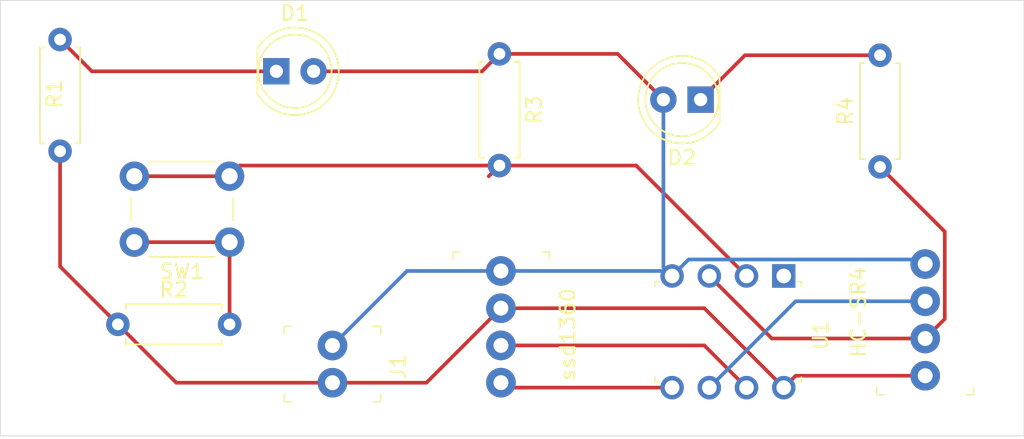
<source format=kicad_pcb>
(kicad_pcb (version 20171130) (host pcbnew "(5.1.6-0-10_14)")

  (general
    (thickness 1.6)
    (drawings 4)
    (tracks 48)
    (zones 0)
    (modules 11)
    (nets 13)
  )

  (page A4)
  (layers
    (0 F.Cu signal)
    (31 B.Cu signal)
    (32 B.Adhes user)
    (33 F.Adhes user)
    (34 B.Paste user)
    (35 F.Paste user)
    (36 B.SilkS user)
    (37 F.SilkS user)
    (38 B.Mask user)
    (39 F.Mask user)
    (40 Dwgs.User user)
    (41 Cmts.User user)
    (42 Eco1.User user)
    (43 Eco2.User user)
    (44 Edge.Cuts user)
    (45 Margin user)
    (46 B.CrtYd user)
    (47 F.CrtYd user)
    (48 B.Fab user)
    (49 F.Fab user)
  )

  (setup
    (last_trace_width 0.25)
    (trace_clearance 0.2)
    (zone_clearance 0.508)
    (zone_45_only no)
    (trace_min 0.2)
    (via_size 0.8)
    (via_drill 0.4)
    (via_min_size 0.4)
    (via_min_drill 0.3)
    (uvia_size 0.3)
    (uvia_drill 0.1)
    (uvias_allowed no)
    (uvia_min_size 0.2)
    (uvia_min_drill 0.1)
    (edge_width 0.05)
    (segment_width 0.2)
    (pcb_text_width 0.3)
    (pcb_text_size 1.5 1.5)
    (mod_edge_width 0.12)
    (mod_text_size 1 1)
    (mod_text_width 0.15)
    (pad_size 1.524 1.524)
    (pad_drill 0.762)
    (pad_to_mask_clearance 0.05)
    (aux_axis_origin 0 0)
    (visible_elements FFFFFF7F)
    (pcbplotparams
      (layerselection 0x010fc_ffffffff)
      (usegerberextensions false)
      (usegerberattributes true)
      (usegerberadvancedattributes true)
      (creategerberjobfile true)
      (excludeedgelayer true)
      (linewidth 0.100000)
      (plotframeref false)
      (viasonmask false)
      (mode 1)
      (useauxorigin false)
      (hpglpennumber 1)
      (hpglpenspeed 20)
      (hpglpendiameter 15.000000)
      (psnegative false)
      (psa4output false)
      (plotreference true)
      (plotvalue true)
      (plotinvisibletext false)
      (padsonsilk false)
      (subtractmaskfromsilk false)
      (outputformat 1)
      (mirror false)
      (drillshape 1)
      (scaleselection 1)
      (outputdirectory ""))
  )

  (net 0 "")
  (net 1 GND)
  (net 2 "Net-(D1-Pad1)")
  (net 3 "Net-(D2-Pad1)")
  (net 4 "Net-(HC-SR4-Pad3)")
  (net 5 "Net-(HC-SR4-Pad2)")
  (net 6 VCC)
  (net 7 "Net-(R2-Pad2)")
  (net 8 "Net-(U1-Pad5)")
  (net 9 "Net-(U1-Pad7)")
  (net 10 "Net-(U1-Pad1)")
  (net 11 "Net-(R3-Pad2)")
  (net 12 "Net-(R3-Pad1)")

  (net_class Default "This is the default net class."
    (clearance 0.2)
    (trace_width 0.25)
    (via_dia 0.8)
    (via_drill 0.4)
    (uvia_dia 0.3)
    (uvia_drill 0.1)
    (add_net GND)
    (add_net "Net-(D1-Pad1)")
    (add_net "Net-(D2-Pad1)")
    (add_net "Net-(HC-SR4-Pad2)")
    (add_net "Net-(HC-SR4-Pad3)")
    (add_net "Net-(R2-Pad2)")
    (add_net "Net-(R3-Pad1)")
    (add_net "Net-(R3-Pad2)")
    (add_net "Net-(U1-Pad1)")
    (add_net "Net-(U1-Pad5)")
    (add_net "Net-(U1-Pad7)")
    (add_net VCC)
  )

  (module Button_Switch_THT:SW_PUSH_6mm (layer F.Cu) (tedit 5A02FE31) (tstamp 5F4AF8A9)
    (at 117.24132 67.29984 180)
    (descr https://www.omron.com/ecb/products/pdf/en-b3f.pdf)
    (tags "tact sw push 6mm")
    (path /5F4DCB29)
    (fp_text reference SW1 (at 3.25 -2) (layer F.SilkS)
      (effects (font (size 1 1) (thickness 0.15)))
    )
    (fp_text value SW_Push (at 3.5814 6.9596) (layer F.Fab)
      (effects (font (size 1 1) (thickness 0.15)))
    )
    (fp_text user %R (at 3.25 2.25) (layer F.Fab)
      (effects (font (size 1 1) (thickness 0.15)))
    )
    (fp_line (start 3.25 -0.75) (end 6.25 -0.75) (layer F.Fab) (width 0.1))
    (fp_line (start 6.25 -0.75) (end 6.25 5.25) (layer F.Fab) (width 0.1))
    (fp_line (start 6.25 5.25) (end 0.25 5.25) (layer F.Fab) (width 0.1))
    (fp_line (start 0.25 5.25) (end 0.25 -0.75) (layer F.Fab) (width 0.1))
    (fp_line (start 0.25 -0.75) (end 3.25 -0.75) (layer F.Fab) (width 0.1))
    (fp_line (start 7.75 6) (end 8 6) (layer F.CrtYd) (width 0.05))
    (fp_line (start 8 6) (end 8 5.75) (layer F.CrtYd) (width 0.05))
    (fp_line (start 7.75 -1.5) (end 8 -1.5) (layer F.CrtYd) (width 0.05))
    (fp_line (start 8 -1.5) (end 8 -1.25) (layer F.CrtYd) (width 0.05))
    (fp_line (start -1.5 -1.25) (end -1.5 -1.5) (layer F.CrtYd) (width 0.05))
    (fp_line (start -1.5 -1.5) (end -1.25 -1.5) (layer F.CrtYd) (width 0.05))
    (fp_line (start -1.5 5.75) (end -1.5 6) (layer F.CrtYd) (width 0.05))
    (fp_line (start -1.5 6) (end -1.25 6) (layer F.CrtYd) (width 0.05))
    (fp_line (start -1.25 -1.5) (end 7.75 -1.5) (layer F.CrtYd) (width 0.05))
    (fp_line (start -1.5 5.75) (end -1.5 -1.25) (layer F.CrtYd) (width 0.05))
    (fp_line (start 7.75 6) (end -1.25 6) (layer F.CrtYd) (width 0.05))
    (fp_line (start 8 -1.25) (end 8 5.75) (layer F.CrtYd) (width 0.05))
    (fp_line (start 1 5.5) (end 5.5 5.5) (layer F.SilkS) (width 0.12))
    (fp_line (start -0.25 1.5) (end -0.25 3) (layer F.SilkS) (width 0.12))
    (fp_line (start 5.5 -1) (end 1 -1) (layer F.SilkS) (width 0.12))
    (fp_line (start 6.75 3) (end 6.75 1.5) (layer F.SilkS) (width 0.12))
    (fp_circle (center 3.25 2.25) (end 1.25 2.5) (layer F.Fab) (width 0.1))
    (pad 1 thru_hole circle (at 6.5 0 270) (size 2 2) (drill 1.1) (layers *.Cu *.Mask)
      (net 7 "Net-(R2-Pad2)"))
    (pad 2 thru_hole circle (at 6.5 4.5 270) (size 2 2) (drill 1.1) (layers *.Cu *.Mask)
      (net 11 "Net-(R3-Pad2)"))
    (pad 1 thru_hole circle (at 0 0 270) (size 2 2) (drill 1.1) (layers *.Cu *.Mask)
      (net 7 "Net-(R2-Pad2)"))
    (pad 2 thru_hole circle (at 0 4.5 270) (size 2 2) (drill 1.1) (layers *.Cu *.Mask)
      (net 11 "Net-(R3-Pad2)"))
    (model ${KISYS3DMOD}/Button_Switch_THT.3dshapes/SW_PUSH_6mm.wrl
      (at (xyz 0 0 0))
      (scale (xyz 1 1 1))
      (rotate (xyz 0 0 0))
    )
  )

  (module digikey-footprints:PinHeader_1x2_P2.54mm_Drill1.02mm (layer F.Cu) (tedit 5A4BC55F) (tstamp 5F4ACF7E)
    (at 124.26188 74.35088 270)
    (descr http://www.molex.com/pdm_docs/sd/022232031_sd.pdf)
    (path /5F4C307E)
    (fp_text reference J1 (at 1.45 -4.48 90) (layer F.SilkS)
      (effects (font (size 1 1) (thickness 0.15)))
    )
    (fp_text value 22-23-2021 (at 1.23 4.72 90) (layer F.Fab)
      (effects (font (size 1 1) (thickness 0.15)))
    )
    (fp_line (start -1.2 -3.17) (end 3.73 -3.17) (layer F.Fab) (width 0.1))
    (fp_line (start -1.2 -3.17) (end -1.2 3.17) (layer F.Fab) (width 0.1))
    (fp_line (start 3.73 -3.17) (end 3.73 3.17) (layer F.Fab) (width 0.1))
    (fp_line (start -1.2 3.17) (end 3.73 3.17) (layer F.Fab) (width 0.1))
    (fp_line (start 3.85 3.29) (end 3.35 3.29) (layer F.SilkS) (width 0.1))
    (fp_line (start 3.85 3.29) (end 3.85 2.79) (layer F.SilkS) (width 0.1))
    (fp_line (start -1.3 3.3) (end -0.8 3.3) (layer F.SilkS) (width 0.1))
    (fp_line (start -1.3 3.3) (end -1.3 2.8) (layer F.SilkS) (width 0.1))
    (fp_line (start -1.3 -3.3) (end -0.8 -3.3) (layer F.SilkS) (width 0.1))
    (fp_line (start -1.3 -3.3) (end -1.3 -2.8) (layer F.SilkS) (width 0.1))
    (fp_line (start 3.84 -3.28) (end 3.34 -3.28) (layer F.SilkS) (width 0.1))
    (fp_line (start 3.84 -3.28) (end 3.84 -2.78) (layer F.SilkS) (width 0.1))
    (fp_line (start 3.98 -3.42) (end -1.45 -3.42) (layer F.CrtYd) (width 0.05))
    (fp_line (start 3.98 -3.42) (end 3.98 3.42) (layer F.CrtYd) (width 0.05))
    (fp_line (start -1.45 -3.42) (end -1.45 3.42) (layer F.CrtYd) (width 0.05))
    (fp_line (start 3.98 3.42) (end -1.45 3.42) (layer F.CrtYd) (width 0.05))
    (fp_text user %R (at 1.25 0.03 90) (layer F.Fab)
      (effects (font (size 1 1) (thickness 0.15)))
    )
    (pad 2 thru_hole circle (at 2.54 0 270) (size 2.02 2.02) (drill 1.02) (layers *.Cu *.Mask)
      (net 6 VCC))
    (pad 1 thru_hole circle (at 0 0 270) (size 2.02 2.02) (drill 1.02) (layers *.Cu *.Mask)
      (net 1 GND))
  )

  (module Resistor_THT:R_Axial_DIN0207_L6.3mm_D2.5mm_P7.62mm_Horizontal (layer F.Cu) (tedit 5AE5139B) (tstamp 5F4AC935)
    (at 161.62528 62.16396 90)
    (descr "Resistor, Axial_DIN0207 series, Axial, Horizontal, pin pitch=7.62mm, 0.25W = 1/4W, length*diameter=6.3*2.5mm^2, http://cdn-reichelt.de/documents/datenblatt/B400/1_4W%23YAG.pdf")
    (tags "Resistor Axial_DIN0207 series Axial Horizontal pin pitch 7.62mm 0.25W = 1/4W length 6.3mm diameter 2.5mm")
    (path /5F4A1D3D)
    (fp_text reference R4 (at 3.81 -2.37 90) (layer F.SilkS)
      (effects (font (size 1 1) (thickness 0.15)))
    )
    (fp_text value R (at 3.81 2.37 90) (layer F.Fab)
      (effects (font (size 1 1) (thickness 0.15)))
    )
    (fp_line (start 8.67 -1.5) (end -1.05 -1.5) (layer F.CrtYd) (width 0.05))
    (fp_line (start 8.67 1.5) (end 8.67 -1.5) (layer F.CrtYd) (width 0.05))
    (fp_line (start -1.05 1.5) (end 8.67 1.5) (layer F.CrtYd) (width 0.05))
    (fp_line (start -1.05 -1.5) (end -1.05 1.5) (layer F.CrtYd) (width 0.05))
    (fp_line (start 7.08 1.37) (end 7.08 1.04) (layer F.SilkS) (width 0.12))
    (fp_line (start 0.54 1.37) (end 7.08 1.37) (layer F.SilkS) (width 0.12))
    (fp_line (start 0.54 1.04) (end 0.54 1.37) (layer F.SilkS) (width 0.12))
    (fp_line (start 7.08 -1.37) (end 7.08 -1.04) (layer F.SilkS) (width 0.12))
    (fp_line (start 0.54 -1.37) (end 7.08 -1.37) (layer F.SilkS) (width 0.12))
    (fp_line (start 0.54 -1.04) (end 0.54 -1.37) (layer F.SilkS) (width 0.12))
    (fp_line (start 7.62 0) (end 6.96 0) (layer F.Fab) (width 0.1))
    (fp_line (start 0 0) (end 0.66 0) (layer F.Fab) (width 0.1))
    (fp_line (start 6.96 -1.25) (end 0.66 -1.25) (layer F.Fab) (width 0.1))
    (fp_line (start 6.96 1.25) (end 6.96 -1.25) (layer F.Fab) (width 0.1))
    (fp_line (start 0.66 1.25) (end 6.96 1.25) (layer F.Fab) (width 0.1))
    (fp_line (start 0.66 -1.25) (end 0.66 1.25) (layer F.Fab) (width 0.1))
    (fp_text user %R (at 3.7084 -0.10668 90) (layer F.Fab)
      (effects (font (size 1 1) (thickness 0.15)))
    )
    (pad 2 thru_hole oval (at 7.62 0 90) (size 1.6 1.6) (drill 0.8) (layers *.Cu *.Mask)
      (net 3 "Net-(D2-Pad1)"))
    (pad 1 thru_hole circle (at 0 0 90) (size 1.6 1.6) (drill 0.8) (layers *.Cu *.Mask)
      (net 5 "Net-(HC-SR4-Pad2)"))
    (model ${KISYS3DMOD}/Resistor_THT.3dshapes/R_Axial_DIN0207_L6.3mm_D2.5mm_P7.62mm_Horizontal.wrl
      (at (xyz 0 0 0))
      (scale (xyz 1 1 1))
      (rotate (xyz 0 0 0))
    )
  )

  (module Resistor_THT:R_Axial_DIN0207_L6.3mm_D2.5mm_P7.62mm_Horizontal (layer F.Cu) (tedit 5AE5139B) (tstamp 5F4ABB89)
    (at 135.65632 54.45252 270)
    (descr "Resistor, Axial_DIN0207 series, Axial, Horizontal, pin pitch=7.62mm, 0.25W = 1/4W, length*diameter=6.3*2.5mm^2, http://cdn-reichelt.de/documents/datenblatt/B400/1_4W%23YAG.pdf")
    (tags "Resistor Axial_DIN0207 series Axial Horizontal pin pitch 7.62mm 0.25W = 1/4W length 6.3mm diameter 2.5mm")
    (path /5F4A1FF8)
    (fp_text reference R3 (at 3.81 -2.37 90) (layer F.SilkS)
      (effects (font (size 1 1) (thickness 0.15)))
    )
    (fp_text value R (at 3.81 2.37 90) (layer F.Fab)
      (effects (font (size 1 1) (thickness 0.15)))
    )
    (fp_line (start 8.67 -1.5) (end -1.05 -1.5) (layer F.CrtYd) (width 0.05))
    (fp_line (start 8.67 1.5) (end 8.67 -1.5) (layer F.CrtYd) (width 0.05))
    (fp_line (start -1.05 1.5) (end 8.67 1.5) (layer F.CrtYd) (width 0.05))
    (fp_line (start -1.05 -1.5) (end -1.05 1.5) (layer F.CrtYd) (width 0.05))
    (fp_line (start 7.08 1.37) (end 7.08 1.04) (layer F.SilkS) (width 0.12))
    (fp_line (start 0.54 1.37) (end 7.08 1.37) (layer F.SilkS) (width 0.12))
    (fp_line (start 0.54 1.04) (end 0.54 1.37) (layer F.SilkS) (width 0.12))
    (fp_line (start 7.08 -1.37) (end 7.08 -1.04) (layer F.SilkS) (width 0.12))
    (fp_line (start 0.54 -1.37) (end 7.08 -1.37) (layer F.SilkS) (width 0.12))
    (fp_line (start 0.54 -1.04) (end 0.54 -1.37) (layer F.SilkS) (width 0.12))
    (fp_line (start 7.62 0) (end 6.96 0) (layer F.Fab) (width 0.1))
    (fp_line (start 0 0) (end 0.66 0) (layer F.Fab) (width 0.1))
    (fp_line (start 6.96 -1.25) (end 0.66 -1.25) (layer F.Fab) (width 0.1))
    (fp_line (start 6.96 1.25) (end 6.96 -1.25) (layer F.Fab) (width 0.1))
    (fp_line (start 0.66 1.25) (end 6.96 1.25) (layer F.Fab) (width 0.1))
    (fp_line (start 0.66 -1.25) (end 0.66 1.25) (layer F.Fab) (width 0.1))
    (fp_text user %R (at 3.81 0 90) (layer F.Fab)
      (effects (font (size 1 1) (thickness 0.15)))
    )
    (pad 2 thru_hole oval (at 7.62 0 270) (size 1.6 1.6) (drill 0.8) (layers *.Cu *.Mask)
      (net 11 "Net-(R3-Pad2)"))
    (pad 1 thru_hole circle (at 0 0 270) (size 1.6 1.6) (drill 0.8) (layers *.Cu *.Mask)
      (net 12 "Net-(R3-Pad1)"))
    (model ${KISYS3DMOD}/Resistor_THT.3dshapes/R_Axial_DIN0207_L6.3mm_D2.5mm_P7.62mm_Horizontal.wrl
      (at (xyz 0 0 0))
      (scale (xyz 1 1 1))
      (rotate (xyz 0 0 0))
    )
  )

  (module Resistor_THT:R_Axial_DIN0207_L6.3mm_D2.5mm_P7.62mm_Horizontal (layer F.Cu) (tedit 5AE5139B) (tstamp 5F4ABB74)
    (at 109.62132 72.90816)
    (descr "Resistor, Axial_DIN0207 series, Axial, Horizontal, pin pitch=7.62mm, 0.25W = 1/4W, length*diameter=6.3*2.5mm^2, http://cdn-reichelt.de/documents/datenblatt/B400/1_4W%23YAG.pdf")
    (tags "Resistor Axial_DIN0207 series Axial Horizontal pin pitch 7.62mm 0.25W = 1/4W length 6.3mm diameter 2.5mm")
    (path /5F4A2307)
    (fp_text reference R2 (at 3.81 -2.37) (layer F.SilkS)
      (effects (font (size 1 1) (thickness 0.15)))
    )
    (fp_text value R (at 3.81 2.37) (layer F.Fab)
      (effects (font (size 1 1) (thickness 0.15)))
    )
    (fp_line (start 8.67 -1.5) (end -1.05 -1.5) (layer F.CrtYd) (width 0.05))
    (fp_line (start 8.67 1.5) (end 8.67 -1.5) (layer F.CrtYd) (width 0.05))
    (fp_line (start -1.05 1.5) (end 8.67 1.5) (layer F.CrtYd) (width 0.05))
    (fp_line (start -1.05 -1.5) (end -1.05 1.5) (layer F.CrtYd) (width 0.05))
    (fp_line (start 7.08 1.37) (end 7.08 1.04) (layer F.SilkS) (width 0.12))
    (fp_line (start 0.54 1.37) (end 7.08 1.37) (layer F.SilkS) (width 0.12))
    (fp_line (start 0.54 1.04) (end 0.54 1.37) (layer F.SilkS) (width 0.12))
    (fp_line (start 7.08 -1.37) (end 7.08 -1.04) (layer F.SilkS) (width 0.12))
    (fp_line (start 0.54 -1.37) (end 7.08 -1.37) (layer F.SilkS) (width 0.12))
    (fp_line (start 0.54 -1.04) (end 0.54 -1.37) (layer F.SilkS) (width 0.12))
    (fp_line (start 7.62 0) (end 6.96 0) (layer F.Fab) (width 0.1))
    (fp_line (start 0 0) (end 0.66 0) (layer F.Fab) (width 0.1))
    (fp_line (start 6.96 -1.25) (end 0.66 -1.25) (layer F.Fab) (width 0.1))
    (fp_line (start 6.96 1.25) (end 6.96 -1.25) (layer F.Fab) (width 0.1))
    (fp_line (start 0.66 1.25) (end 6.96 1.25) (layer F.Fab) (width 0.1))
    (fp_line (start 0.66 -1.25) (end 0.66 1.25) (layer F.Fab) (width 0.1))
    (fp_text user %R (at 3.81 0) (layer F.Fab)
      (effects (font (size 1 1) (thickness 0.15)))
    )
    (pad 2 thru_hole oval (at 7.62 0) (size 1.6 1.6) (drill 0.8) (layers *.Cu *.Mask)
      (net 7 "Net-(R2-Pad2)"))
    (pad 1 thru_hole circle (at 0 0) (size 1.6 1.6) (drill 0.8) (layers *.Cu *.Mask)
      (net 6 VCC))
    (model ${KISYS3DMOD}/Resistor_THT.3dshapes/R_Axial_DIN0207_L6.3mm_D2.5mm_P7.62mm_Horizontal.wrl
      (at (xyz 0 0 0))
      (scale (xyz 1 1 1))
      (rotate (xyz 0 0 0))
    )
  )

  (module Resistor_THT:R_Axial_DIN0207_L6.3mm_D2.5mm_P7.62mm_Horizontal (layer F.Cu) (tedit 5AE5139B) (tstamp 5F4AC14D)
    (at 105.67416 61.09208 90)
    (descr "Resistor, Axial_DIN0207 series, Axial, Horizontal, pin pitch=7.62mm, 0.25W = 1/4W, length*diameter=6.3*2.5mm^2, http://cdn-reichelt.de/documents/datenblatt/B400/1_4W%23YAG.pdf")
    (tags "Resistor Axial_DIN0207 series Axial Horizontal pin pitch 7.62mm 0.25W = 1/4W length 6.3mm diameter 2.5mm")
    (path /5F4A0FA6)
    (fp_text reference R1 (at 3.9116 -0.39116 90) (layer F.SilkS)
      (effects (font (size 1 1) (thickness 0.15)))
    )
    (fp_text value R (at 3.81 2.37 90) (layer F.Fab)
      (effects (font (size 1 1) (thickness 0.15)))
    )
    (fp_line (start 8.67 -1.5) (end -1.05 -1.5) (layer F.CrtYd) (width 0.05))
    (fp_line (start 8.67 1.5) (end 8.67 -1.5) (layer F.CrtYd) (width 0.05))
    (fp_line (start -1.05 1.5) (end 8.67 1.5) (layer F.CrtYd) (width 0.05))
    (fp_line (start -1.05 -1.5) (end -1.05 1.5) (layer F.CrtYd) (width 0.05))
    (fp_line (start 7.08 1.37) (end 7.08 1.04) (layer F.SilkS) (width 0.12))
    (fp_line (start 0.54 1.37) (end 7.08 1.37) (layer F.SilkS) (width 0.12))
    (fp_line (start 0.54 1.04) (end 0.54 1.37) (layer F.SilkS) (width 0.12))
    (fp_line (start 7.08 -1.37) (end 7.08 -1.04) (layer F.SilkS) (width 0.12))
    (fp_line (start 0.54 -1.37) (end 7.08 -1.37) (layer F.SilkS) (width 0.12))
    (fp_line (start 0.54 -1.04) (end 0.54 -1.37) (layer F.SilkS) (width 0.12))
    (fp_line (start 7.62 0) (end 6.96 0) (layer F.Fab) (width 0.1))
    (fp_line (start 0 0) (end 0.66 0) (layer F.Fab) (width 0.1))
    (fp_line (start 6.96 -1.25) (end 0.66 -1.25) (layer F.Fab) (width 0.1))
    (fp_line (start 6.96 1.25) (end 6.96 -1.25) (layer F.Fab) (width 0.1))
    (fp_line (start 0.66 1.25) (end 6.96 1.25) (layer F.Fab) (width 0.1))
    (fp_line (start 0.66 -1.25) (end 0.66 1.25) (layer F.Fab) (width 0.1))
    (fp_text user %R (at 3.81 0 90) (layer F.Fab)
      (effects (font (size 1 1) (thickness 0.15)))
    )
    (pad 2 thru_hole oval (at 7.62 0 90) (size 1.6 1.6) (drill 0.8) (layers *.Cu *.Mask)
      (net 2 "Net-(D1-Pad1)"))
    (pad 1 thru_hole circle (at 0 0 90) (size 1.6 1.6) (drill 0.8) (layers *.Cu *.Mask)
      (net 6 VCC))
    (model ${KISYS3DMOD}/Resistor_THT.3dshapes/R_Axial_DIN0207_L6.3mm_D2.5mm_P7.62mm_Horizontal.wrl
      (at (xyz 0 0 0))
      (scale (xyz 1 1 1))
      (rotate (xyz 0 0 0))
    )
  )

  (module digikey-footprints:DIP-8_W7.62mm (layer F.Cu) (tedit 5B86B3A2) (tstamp 5F4AD1CB)
    (at 155.05684 69.60616 270)
    (descr http://media.digikey.com/pdf/Data%20Sheets/Lite-On%20PDFs/6N137%20Series.pdf)
    (path /5F49751C)
    (fp_text reference U1 (at 4.05 -2.52 90) (layer F.SilkS)
      (effects (font (size 1 1) (thickness 0.15)))
    )
    (fp_text value ATTINY85-20PU (at 3.94 10.33 90) (layer F.Fab)
      (effects (font (size 1 1) (thickness 0.15)))
    )
    (fp_line (start 0.55 -1.04) (end 0.55 8.64) (layer F.Fab) (width 0.1))
    (fp_line (start 7.05 -1.04) (end 7.05 8.64) (layer F.Fab) (width 0.1))
    (fp_line (start 0.55 -1.04) (end 7.05 -1.04) (layer F.Fab) (width 0.1))
    (fp_line (start 0.55 8.64) (end 7.05 8.64) (layer F.Fab) (width 0.1))
    (fp_line (start 0.4 8.8) (end 0.7 8.8) (layer F.SilkS) (width 0.1))
    (fp_line (start 0.4 8.5) (end 0.4 8.8) (layer F.SilkS) (width 0.1))
    (fp_line (start 7.2 8.8) (end 6.9 8.8) (layer F.SilkS) (width 0.1))
    (fp_line (start 7.2 8.5) (end 7.2 8.8) (layer F.SilkS) (width 0.1))
    (fp_line (start 7.2 -1.2) (end 6.9 -1.2) (layer F.SilkS) (width 0.1))
    (fp_line (start 7.2 -0.9) (end 7.2 -1.2) (layer F.SilkS) (width 0.1))
    (fp_line (start 0.4 -1.2) (end 0.7 -1.2) (layer F.SilkS) (width 0.1))
    (fp_line (start 0.4 -0.9) (end 0.4 -1.2) (layer F.SilkS) (width 0.1))
    (fp_line (start -1.05 -1.29) (end 8.67 -1.29) (layer F.CrtYd) (width 0.1))
    (fp_line (start 8.67 -1.29) (end 8.67 8.89) (layer F.CrtYd) (width 0.1))
    (fp_line (start -1.05 -1.29) (end -1.05 8.89) (layer F.CrtYd) (width 0.1))
    (fp_line (start -1.05 8.89) (end 8.67 8.89) (layer F.CrtYd) (width 0.1))
    (fp_text user REF** (at 3.94 3.49 90) (layer F.Fab)
      (effects (font (size 1 1) (thickness 0.1)))
    )
    (pad 8 thru_hole circle (at 7.62 0 270) (size 1.6 1.6) (drill 1) (layers *.Cu *.Mask)
      (net 6 VCC))
    (pad 7 thru_hole circle (at 7.62 2.54 270) (size 1.6 1.6) (drill 1) (layers *.Cu *.Mask)
      (net 9 "Net-(U1-Pad7)"))
    (pad 6 thru_hole circle (at 7.62 5.08 270) (size 1.6 1.6) (drill 1) (layers *.Cu *.Mask)
      (net 4 "Net-(HC-SR4-Pad3)"))
    (pad 5 thru_hole circle (at 7.62 7.62 270) (size 1.6 1.6) (drill 1) (layers *.Cu *.Mask)
      (net 8 "Net-(U1-Pad5)"))
    (pad 4 thru_hole circle (at 0 7.62 270) (size 1.6 1.6) (drill 1) (layers *.Cu *.Mask)
      (net 1 GND))
    (pad 3 thru_hole circle (at 0 5.08 270) (size 1.6 1.6) (drill 1) (layers *.Cu *.Mask)
      (net 5 "Net-(HC-SR4-Pad2)"))
    (pad 2 thru_hole circle (at 0 2.54 270) (size 1.6 1.6) (drill 1) (layers *.Cu *.Mask)
      (net 11 "Net-(R3-Pad2)"))
    (pad 1 thru_hole rect (at 0 0 270) (size 1.6 1.6) (drill 1) (layers *.Cu *.Mask)
      (net 10 "Net-(U1-Pad1)"))
    (model ${KISYS3DMOD}/Housings_DIP.3dshapes/DIP-8_W7.62mm.wrl
      (at (xyz 0 0 0))
      (scale (xyz 1 1 1))
      (rotate (xyz 0 0 0))
    )
  )

  (module digikey-footprints:PinHeader_1x4_P2.54mm_Drill1.02mm (layer F.Cu) (tedit 5A43C936) (tstamp 5F4ABBB3)
    (at 135.75792 69.2658 270)
    (descr http://www.molex.com/pdm_docs/sd/022232031_sd.pdf)
    (path /5F495118)
    (fp_text reference ssd1360 (at 4.33 -4.56 90) (layer F.SilkS)
      (effects (font (size 1 1) (thickness 0.15)))
    )
    (fp_text value 0022232041 (at 4.08 4.52 90) (layer F.Fab)
      (effects (font (size 1 1) (thickness 0.15)))
    )
    (fp_line (start -1.2 -3.17) (end 8.81 -3.17) (layer F.Fab) (width 0.1))
    (fp_line (start -1.2 -3.17) (end -1.2 3.17) (layer F.Fab) (width 0.1))
    (fp_line (start -1.3 3.3) (end -0.8 3.3) (layer F.SilkS) (width 0.1))
    (fp_line (start -1.3 3.3) (end -1.3 2.8) (layer F.SilkS) (width 0.1))
    (fp_line (start -1.3 -3.3) (end -0.8 -3.3) (layer F.SilkS) (width 0.1))
    (fp_line (start -1.3 -3.3) (end -1.3 -2.8) (layer F.SilkS) (width 0.1))
    (fp_line (start 9.06 -3.42) (end -1.45 -3.42) (layer F.CrtYd) (width 0.05))
    (fp_line (start -1.45 -3.42) (end -1.45 3.42) (layer F.CrtYd) (width 0.05))
    (fp_line (start 9.06 3.42) (end -1.45 3.42) (layer F.CrtYd) (width 0.05))
    (fp_line (start -1.2 3.17) (end 8.81 3.17) (layer F.Fab) (width 0.1))
    (fp_line (start 8.81 -3.17) (end 8.81 3.17) (layer F.Fab) (width 0.1))
    (fp_line (start 9.06 -3.42) (end 9.06 3.42) (layer F.CrtYd) (width 0.05))
    (fp_text user %R (at 4.17 0 90) (layer F.Fab)
      (effects (font (size 1 1) (thickness 0.15)))
    )
    (pad 4 thru_hole circle (at 7.62 0 270) (size 2.02 2.02) (drill 1.02) (layers *.Cu *.Mask)
      (net 8 "Net-(U1-Pad5)"))
    (pad 3 thru_hole circle (at 5.08 0 270) (size 2.02 2.02) (drill 1.02) (layers *.Cu *.Mask)
      (net 9 "Net-(U1-Pad7)"))
    (pad 2 thru_hole circle (at 2.54 0 270) (size 2.02 2.02) (drill 1.02) (layers *.Cu *.Mask)
      (net 6 VCC))
    (pad 1 thru_hole circle (at 0 0 270) (size 2.02 2.02) (drill 1.02) (layers *.Cu *.Mask)
      (net 1 GND))
  )

  (module digikey-footprints:PinHeader_1x4_P2.54mm_Drill1.02mm (layer F.Cu) (tedit 5A43C936) (tstamp 5F4ABB4A)
    (at 164.70884 76.41336 90)
    (descr http://www.molex.com/pdm_docs/sd/022232031_sd.pdf)
    (path /5F495C5E)
    (fp_text reference HC-SR4 (at 4.33 -4.56 90) (layer F.SilkS)
      (effects (font (size 1 1) (thickness 0.15)))
    )
    (fp_text value 0022232041 (at 4.08 4.52 90) (layer F.Fab)
      (effects (font (size 1 1) (thickness 0.15)))
    )
    (fp_line (start -1.2 -3.17) (end 8.81 -3.17) (layer F.Fab) (width 0.1))
    (fp_line (start -1.2 -3.17) (end -1.2 3.17) (layer F.Fab) (width 0.1))
    (fp_line (start -1.3 3.3) (end -0.8 3.3) (layer F.SilkS) (width 0.1))
    (fp_line (start -1.3 3.3) (end -1.3 2.8) (layer F.SilkS) (width 0.1))
    (fp_line (start -1.3 -3.3) (end -0.8 -3.3) (layer F.SilkS) (width 0.1))
    (fp_line (start -1.3 -3.3) (end -1.3 -2.8) (layer F.SilkS) (width 0.1))
    (fp_line (start 9.06 -3.42) (end -1.45 -3.42) (layer F.CrtYd) (width 0.05))
    (fp_line (start -1.45 -3.42) (end -1.45 3.42) (layer F.CrtYd) (width 0.05))
    (fp_line (start 9.06 3.42) (end -1.45 3.42) (layer F.CrtYd) (width 0.05))
    (fp_line (start -1.2 3.17) (end 8.81 3.17) (layer F.Fab) (width 0.1))
    (fp_line (start 8.81 -3.17) (end 8.81 3.17) (layer F.Fab) (width 0.1))
    (fp_line (start 9.06 -3.42) (end 9.06 3.42) (layer F.CrtYd) (width 0.05))
    (fp_text user %R (at 4.17 0 90) (layer F.Fab)
      (effects (font (size 1 1) (thickness 0.15)))
    )
    (pad 4 thru_hole circle (at 7.62 0 90) (size 2.02 2.02) (drill 1.02) (layers *.Cu *.Mask)
      (net 1 GND))
    (pad 3 thru_hole circle (at 5.08 0 90) (size 2.02 2.02) (drill 1.02) (layers *.Cu *.Mask)
      (net 4 "Net-(HC-SR4-Pad3)"))
    (pad 2 thru_hole circle (at 2.54 0 90) (size 2.02 2.02) (drill 1.02) (layers *.Cu *.Mask)
      (net 5 "Net-(HC-SR4-Pad2)"))
    (pad 1 thru_hole circle (at 0 0 90) (size 2.02 2.02) (drill 1.02) (layers *.Cu *.Mask)
      (net 6 VCC))
  )

  (module LED_THT:LED_D5.0mm (layer F.Cu) (tedit 5995936A) (tstamp 5F4ABB35)
    (at 149.38248 57.57164 180)
    (descr "LED, diameter 5.0mm, 2 pins, http://cdn-reichelt.de/documents/datenblatt/A500/LL-504BC2E-009.pdf")
    (tags "LED diameter 5.0mm 2 pins")
    (path /5F4A033E)
    (fp_text reference D2 (at 1.27 -3.96) (layer F.SilkS)
      (effects (font (size 1 1) (thickness 0.15)))
    )
    (fp_text value LED (at 1.27 3.96) (layer F.Fab)
      (effects (font (size 1 1) (thickness 0.15)))
    )
    (fp_line (start 4.5 -3.25) (end -1.95 -3.25) (layer F.CrtYd) (width 0.05))
    (fp_line (start 4.5 3.25) (end 4.5 -3.25) (layer F.CrtYd) (width 0.05))
    (fp_line (start -1.95 3.25) (end 4.5 3.25) (layer F.CrtYd) (width 0.05))
    (fp_line (start -1.95 -3.25) (end -1.95 3.25) (layer F.CrtYd) (width 0.05))
    (fp_line (start -1.29 -1.545) (end -1.29 1.545) (layer F.SilkS) (width 0.12))
    (fp_line (start -1.23 -1.469694) (end -1.23 1.469694) (layer F.Fab) (width 0.1))
    (fp_circle (center 1.27 0) (end 3.77 0) (layer F.SilkS) (width 0.12))
    (fp_circle (center 1.27 0) (end 3.77 0) (layer F.Fab) (width 0.1))
    (fp_text user %R (at 1.25 0) (layer F.Fab)
      (effects (font (size 0.8 0.8) (thickness 0.2)))
    )
    (fp_arc (start 1.27 0) (end -1.29 1.54483) (angle -148.9) (layer F.SilkS) (width 0.12))
    (fp_arc (start 1.27 0) (end -1.29 -1.54483) (angle 148.9) (layer F.SilkS) (width 0.12))
    (fp_arc (start 1.27 0) (end -1.23 -1.469694) (angle 299.1) (layer F.Fab) (width 0.1))
    (pad 2 thru_hole circle (at 2.54 0 180) (size 1.8 1.8) (drill 0.9) (layers *.Cu *.Mask)
      (net 1 GND))
    (pad 1 thru_hole rect (at 0 0 180) (size 1.8 1.8) (drill 0.9) (layers *.Cu *.Mask)
      (net 3 "Net-(D2-Pad1)"))
    (model ${KISYS3DMOD}/LED_THT.3dshapes/LED_D5.0mm.wrl
      (at (xyz 0 0 0))
      (scale (xyz 1 1 1))
      (rotate (xyz 0 0 0))
    )
  )

  (module LED_THT:LED_D5.0mm (layer F.Cu) (tedit 5995936A) (tstamp 5F4ABB23)
    (at 120.43156 55.64124)
    (descr "LED, diameter 5.0mm, 2 pins, http://cdn-reichelt.de/documents/datenblatt/A500/LL-504BC2E-009.pdf")
    (tags "LED diameter 5.0mm 2 pins")
    (path /5F4A0871)
    (fp_text reference D1 (at 1.27 -3.96) (layer F.SilkS)
      (effects (font (size 1 1) (thickness 0.15)))
    )
    (fp_text value LED (at 1.27 3.96) (layer F.Fab)
      (effects (font (size 1 1) (thickness 0.15)))
    )
    (fp_line (start 4.5 -3.25) (end -1.95 -3.25) (layer F.CrtYd) (width 0.05))
    (fp_line (start 4.5 3.25) (end 4.5 -3.25) (layer F.CrtYd) (width 0.05))
    (fp_line (start -1.95 3.25) (end 4.5 3.25) (layer F.CrtYd) (width 0.05))
    (fp_line (start -1.95 -3.25) (end -1.95 3.25) (layer F.CrtYd) (width 0.05))
    (fp_line (start -1.29 -1.545) (end -1.29 1.545) (layer F.SilkS) (width 0.12))
    (fp_line (start -1.23 -1.469694) (end -1.23 1.469694) (layer F.Fab) (width 0.1))
    (fp_circle (center 1.27 0) (end 3.77 0) (layer F.SilkS) (width 0.12))
    (fp_circle (center 1.27 0) (end 3.77 0) (layer F.Fab) (width 0.1))
    (fp_text user %R (at 1.25 0) (layer F.Fab)
      (effects (font (size 0.8 0.8) (thickness 0.2)))
    )
    (fp_arc (start 1.27 0) (end -1.29 1.54483) (angle -148.9) (layer F.SilkS) (width 0.12))
    (fp_arc (start 1.27 0) (end -1.29 -1.54483) (angle 148.9) (layer F.SilkS) (width 0.12))
    (fp_arc (start 1.27 0) (end -1.23 -1.469694) (angle 299.1) (layer F.Fab) (width 0.1))
    (pad 2 thru_hole circle (at 2.54 0) (size 1.8 1.8) (drill 0.9) (layers *.Cu *.Mask)
      (net 1 GND))
    (pad 1 thru_hole rect (at 0 0) (size 1.8 1.8) (drill 0.9) (layers *.Cu *.Mask)
      (net 2 "Net-(D1-Pad1)"))
    (model ${KISYS3DMOD}/LED_THT.3dshapes/LED_D5.0mm.wrl
      (at (xyz 0 0 0))
      (scale (xyz 1 1 1))
      (rotate (xyz 0 0 0))
    )
  )

  (gr_line (start 101.6 80.518) (end 171.45 80.518) (layer Edge.Cuts) (width 0.05) (tstamp 5F4AC0FF))
  (gr_line (start 101.6 50.8) (end 101.6 80.518) (layer Edge.Cuts) (width 0.05) (tstamp 5F4AC036))
  (gr_line (start 171.45 50.8) (end 171.45 80.518) (layer Edge.Cuts) (width 0.05))
  (gr_line (start 101.6 50.8) (end 171.45 50.8) (layer Edge.Cuts) (width 0.05))

  (segment (start 147.43684 69.60616) (end 147.5486 69.60616) (width 0.25) (layer F.Cu) (net 1))
  (segment (start 135.65632 69.1642) (end 135.75792 69.2658) (width 0.25) (layer B.Cu) (net 1))
  (segment (start 129.34696 69.2658) (end 124.26188 74.35088) (width 0.25) (layer B.Cu) (net 1))
  (segment (start 135.75792 69.2658) (end 129.34696 69.2658) (width 0.25) (layer B.Cu) (net 1))
  (segment (start 147.09648 69.2658) (end 147.43684 69.60616) (width 0.25) (layer B.Cu) (net 1))
  (segment (start 135.75792 69.2658) (end 147.09648 69.2658) (width 0.25) (layer B.Cu) (net 1))
  (segment (start 134.4676 55.64124) (end 135.65632 54.45252) (width 0.25) (layer F.Cu) (net 1))
  (segment (start 122.97156 55.64124) (end 134.4676 55.64124) (width 0.25) (layer F.Cu) (net 1))
  (segment (start 143.72336 54.45252) (end 146.84248 57.57164) (width 0.25) (layer F.Cu) (net 1))
  (segment (start 135.65632 54.45252) (end 143.72336 54.45252) (width 0.25) (layer F.Cu) (net 1))
  (segment (start 146.84248 69.0118) (end 147.43684 69.60616) (width 0.25) (layer B.Cu) (net 1))
  (segment (start 146.84248 57.57164) (end 146.84248 69.0118) (width 0.25) (layer B.Cu) (net 1))
  (segment (start 164.396639 68.481159) (end 164.70884 68.79336) (width 0.25) (layer B.Cu) (net 1))
  (segment (start 148.561841 68.481159) (end 164.396639 68.481159) (width 0.25) (layer B.Cu) (net 1))
  (segment (start 147.43684 69.60616) (end 148.561841 68.481159) (width 0.25) (layer B.Cu) (net 1))
  (segment (start 107.84332 55.64124) (end 105.67416 53.47208) (width 0.25) (layer F.Cu) (net 2))
  (segment (start 120.43156 55.64124) (end 107.84332 55.64124) (width 0.25) (layer F.Cu) (net 2))
  (segment (start 152.41016 54.54396) (end 149.38248 57.57164) (width 0.25) (layer F.Cu) (net 3))
  (segment (start 161.62528 54.54396) (end 152.41016 54.54396) (width 0.25) (layer F.Cu) (net 3))
  (segment (start 155.86964 71.33336) (end 149.97684 77.22616) (width 0.25) (layer B.Cu) (net 4))
  (segment (start 164.70884 71.33336) (end 155.86964 71.33336) (width 0.25) (layer B.Cu) (net 4))
  (segment (start 154.24404 73.87336) (end 164.70884 73.87336) (width 0.25) (layer F.Cu) (net 5))
  (segment (start 149.97684 69.60616) (end 154.24404 73.87336) (width 0.25) (layer F.Cu) (net 5))
  (segment (start 166.043841 66.582521) (end 161.62528 62.16396) (width 0.25) (layer F.Cu) (net 5))
  (segment (start 166.043841 72.538359) (end 166.043841 66.582521) (width 0.25) (layer F.Cu) (net 5))
  (segment (start 164.70884 73.87336) (end 166.043841 72.538359) (width 0.25) (layer F.Cu) (net 5))
  (segment (start 130.67284 76.89088) (end 135.75792 71.8058) (width 0.25) (layer F.Cu) (net 6))
  (segment (start 124.26188 76.89088) (end 130.67284 76.89088) (width 0.25) (layer F.Cu) (net 6))
  (segment (start 155.86964 76.41336) (end 155.05684 77.22616) (width 0.25) (layer F.Cu) (net 6))
  (segment (start 164.70884 76.41336) (end 155.86964 76.41336) (width 0.25) (layer F.Cu) (net 6))
  (segment (start 149.63648 71.8058) (end 135.75792 71.8058) (width 0.25) (layer F.Cu) (net 6))
  (segment (start 155.05684 77.22616) (end 149.63648 71.8058) (width 0.25) (layer F.Cu) (net 6))
  (segment (start 113.60404 76.89088) (end 109.62132 72.90816) (width 0.25) (layer F.Cu) (net 6))
  (segment (start 124.26188 76.89088) (end 113.60404 76.89088) (width 0.25) (layer F.Cu) (net 6))
  (segment (start 105.67416 68.961) (end 105.67416 61.09208) (width 0.25) (layer F.Cu) (net 6))
  (segment (start 109.62132 72.90816) (end 105.67416 68.961) (width 0.25) (layer F.Cu) (net 6))
  (segment (start 117.24132 72.90816) (end 117.24132 67.29984) (width 0.25) (layer F.Cu) (net 7))
  (segment (start 117.24132 67.29984) (end 110.74132 67.29984) (width 0.25) (layer F.Cu) (net 7))
  (segment (start 136.09828 77.22616) (end 135.75792 76.8858) (width 0.25) (layer F.Cu) (net 8))
  (segment (start 147.43684 77.22616) (end 136.09828 77.22616) (width 0.25) (layer F.Cu) (net 8))
  (segment (start 149.63648 74.3458) (end 135.75792 74.3458) (width 0.25) (layer F.Cu) (net 9))
  (segment (start 152.51684 77.22616) (end 149.63648 74.3458) (width 0.25) (layer F.Cu) (net 9))
  (segment (start 110.74132 62.79984) (end 117.24132 62.79984) (width 0.25) (layer F.Cu) (net 11))
  (segment (start 134.929 62.79984) (end 135.65632 62.07252) (width 0.25) (layer F.Cu) (net 11))
  (segment (start 144.9832 62.07252) (end 152.51684 69.60616) (width 0.25) (layer F.Cu) (net 11))
  (segment (start 135.65632 62.07252) (end 144.9832 62.07252) (width 0.25) (layer F.Cu) (net 11))
  (segment (start 117.96864 62.07252) (end 117.24132 62.79984) (width 0.25) (layer F.Cu) (net 11))
  (segment (start 135.65632 62.07252) (end 117.96864 62.07252) (width 0.25) (layer F.Cu) (net 11))

)

</source>
